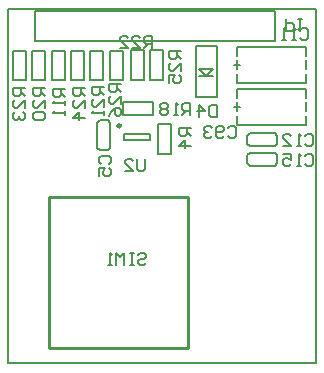
<source format=gbo>
%FSLAX25Y25*%
%MOIN*%
G70*
G01*
G75*
G04 Layer_Color=32896*
%ADD10C,0.01500*%
%ADD11C,0.01000*%
%ADD12C,0.02000*%
%ADD13R,0.03937X0.03150*%
%ADD14R,0.03150X0.03937*%
%ADD15R,0.09843X0.11811*%
%ADD16O,0.07087X0.02362*%
%ADD17O,0.02362X0.07087*%
%ADD18R,0.03347X0.02756*%
%ADD19R,0.02756X0.03347*%
%ADD20R,0.03150X0.07000*%
%ADD21R,0.06000X0.07874*%
%ADD22R,0.01181X0.01181*%
%ADD23R,0.01378X0.00984*%
%ADD24R,0.01378X0.01181*%
%ADD25R,0.02362X0.03937*%
%ADD26C,0.01200*%
%ADD27C,0.00800*%
%ADD28R,0.06800X0.08800*%
%ADD29R,0.12700X0.10700*%
%ADD30C,0.00500*%
%ADD31R,0.05906X0.05906*%
%ADD32C,0.05906*%
%ADD33C,0.02000*%
%ADD34C,0.04000*%
%ADD35R,0.05906X0.03937*%
%ADD36R,0.01575X0.03347*%
%ADD37R,0.07000X0.10000*%
%ADD38R,0.02756X0.08268*%
%ADD39R,0.02559X0.04843*%
%ADD40C,0.02500*%
%ADD41R,0.07200X0.31400*%
%ADD42R,0.10700X0.04700*%
%ADD43R,0.12600X0.10400*%
%ADD44R,0.12100X0.10500*%
%ADD45C,0.00400*%
%ADD46C,0.00300*%
%ADD47R,0.04737X0.03950*%
%ADD48R,0.03950X0.04737*%
%ADD49R,0.10642X0.12611*%
%ADD50O,0.07887X0.03162*%
%ADD51O,0.03162X0.07887*%
%ADD52R,0.04147X0.03556*%
%ADD53R,0.03556X0.04147*%
%ADD54R,0.03950X0.07800*%
%ADD55R,0.06800X0.08674*%
%ADD56R,0.01981X0.01981*%
%ADD57R,0.02178X0.01784*%
%ADD58R,0.02178X0.01981*%
%ADD59R,0.03162X0.04737*%
%ADD60R,0.06706X0.06706*%
%ADD61C,0.06706*%
%ADD62R,0.06706X0.04737*%
%ADD63R,0.02375X0.04147*%
%ADD64R,0.07800X0.10800*%
%ADD65R,0.03556X0.09068*%
%ADD66R,0.03359X0.05643*%
%ADD67C,0.00787*%
D11*
X37483Y-38900D02*
G03*
X37483Y-38900I-583J0D01*
G01*
X59700Y-112900D02*
Y-62800D01*
X13600Y-112900D02*
X59700D01*
X13600D02*
Y-62800D01*
X59700D01*
D27*
X38469Y-41600D02*
X47131D01*
Y-43600D02*
Y-41600D01*
X38469Y-43600D02*
X47131D01*
X38469D02*
Y-41600D01*
X76300Y-20100D02*
Y-17100D01*
X75300Y-18600D02*
X77300D01*
X76300Y-12600D02*
X99300D01*
X76300Y-24600D02*
X99300D01*
X76300D02*
Y-21600D01*
Y-15600D02*
Y-12600D01*
X99300Y-24600D02*
Y-21600D01*
Y-15600D02*
Y-12600D01*
Y-20100D02*
Y-17100D01*
X99100Y-34100D02*
Y-31100D01*
Y-29600D02*
Y-26600D01*
Y-38600D02*
Y-35600D01*
X76100Y-29600D02*
Y-26600D01*
Y-38600D02*
Y-35600D01*
Y-38600D02*
X99100D01*
X76100Y-26600D02*
X99100D01*
X75100Y-32600D02*
X77100D01*
X76100Y-34100D02*
Y-31100D01*
D30*
X7977Y-23768D02*
Y-13926D01*
X12308Y-23768D02*
Y-13926D01*
X7977D02*
X12308D01*
X7977Y-23768D02*
X12308D01*
X5865D02*
Y-13926D01*
X1535Y-23768D02*
Y-13926D01*
Y-23768D02*
X5865D01*
X1535Y-13926D02*
X5865D01*
X18751Y-23768D02*
Y-13926D01*
X14420Y-23768D02*
Y-13926D01*
Y-23768D02*
X18751D01*
X14420Y-13926D02*
X18751D01*
X27306Y-23768D02*
Y-13926D01*
X31637Y-23768D02*
Y-13926D01*
X27306D02*
X31637D01*
X27306Y-23768D02*
X31637D01*
X25194D02*
Y-13926D01*
X20863Y-23768D02*
Y-13926D01*
Y-23768D02*
X25194D01*
X20863Y-13926D02*
X25194D01*
X40835Y-23574D02*
Y-13732D01*
X45165Y-23574D02*
Y-13732D01*
X40835D02*
X45165D01*
X40835Y-23574D02*
X45165D01*
X51465Y-23569D02*
Y-13726D01*
X47135Y-23569D02*
Y-13726D01*
Y-23569D02*
X51465D01*
X47135Y-13726D02*
X51465D01*
X38080Y-23768D02*
Y-13926D01*
X33749Y-23768D02*
Y-13926D01*
Y-23768D02*
X38080D01*
X33749Y-13926D02*
X38080D01*
X80419Y-41435D02*
X88687D01*
X89474Y-44978D02*
Y-42222D01*
X79632Y-44978D02*
Y-42222D01*
X80419Y-45765D02*
X88687D01*
X79632Y-44978D02*
X80419Y-45765D01*
X79632Y-42222D02*
X80419Y-41435D01*
X88687D02*
X89474Y-42222D01*
X88687Y-45765D02*
X89474Y-44978D01*
X80419Y-47935D02*
X88687D01*
X89474Y-51478D02*
Y-48722D01*
X79632Y-51478D02*
Y-48722D01*
X80419Y-52265D02*
X88687D01*
X79632Y-51478D02*
X80419Y-52265D01*
X79632Y-48722D02*
X80419Y-47935D01*
X88687D02*
X89474Y-48722D01*
X88687Y-52265D02*
X89474Y-51478D01*
X63576Y-22300D02*
X68300D01*
X63576Y-19938D02*
X65938Y-22300D01*
X63576Y-19938D02*
X68300D01*
X65938Y-22300D02*
X68300Y-19938D01*
X62357Y-12341D02*
X69443D01*
Y-29400D02*
Y-12341D01*
X62357Y-29400D02*
X69443D01*
X62357D02*
Y-12341D01*
X54265Y-48169D02*
Y-38326D01*
X49935Y-48169D02*
Y-38326D01*
Y-48169D02*
X54265D01*
X49935Y-38326D02*
X54265D01*
X38331Y-35265D02*
X48174D01*
X38331Y-30935D02*
X48174D01*
X38331Y-35265D02*
Y-30935D01*
X48174Y-35265D02*
Y-30935D01*
X33965Y-46187D02*
Y-37919D01*
X30422Y-46974D02*
X33178D01*
X30422Y-37132D02*
X33178D01*
X29635Y-46187D02*
Y-37919D01*
X30422Y-37132D01*
X33178D02*
X33965Y-37919D01*
X33178Y-46974D02*
X33965Y-46187D01*
X29635D02*
X30422Y-46974D01*
X45500Y-50001D02*
Y-53334D01*
X44834Y-54000D01*
X43501D01*
X42834Y-53334D01*
Y-50001D01*
X38835Y-54000D02*
X41501D01*
X38835Y-51334D01*
Y-50668D01*
X39502Y-50001D01*
X40835D01*
X41501Y-50668D01*
X43134Y-81868D02*
X43801Y-81201D01*
X45134D01*
X45800Y-81868D01*
Y-82534D01*
X45134Y-83201D01*
X43801D01*
X43134Y-83867D01*
Y-84534D01*
X43801Y-85200D01*
X45134D01*
X45800Y-84534D01*
X41801Y-81201D02*
X40468D01*
X41135D01*
Y-85200D01*
X41801D01*
X40468D01*
X38469D02*
Y-81201D01*
X37136Y-82534D01*
X35803Y-81201D01*
Y-85200D01*
X34470D02*
X33137D01*
X33804D01*
Y-81201D01*
X34470Y-81868D01*
X37400Y-24900D02*
X33401D01*
Y-26899D01*
X34068Y-27566D01*
X35401D01*
X36067Y-26899D01*
Y-24900D01*
Y-26233D02*
X37400Y-27566D01*
Y-31565D02*
Y-28899D01*
X34734Y-31565D01*
X34068D01*
X33401Y-30898D01*
Y-29565D01*
X34068Y-28899D01*
X33401Y-35563D02*
X34068Y-34230D01*
X35401Y-32897D01*
X36734D01*
X37400Y-33564D01*
Y-34897D01*
X36734Y-35563D01*
X36067D01*
X35401Y-34897D01*
Y-32897D01*
X57600Y-14000D02*
X53601D01*
Y-15999D01*
X54268Y-16666D01*
X55601D01*
X56267Y-15999D01*
Y-14000D01*
Y-15333D02*
X57600Y-16666D01*
Y-20664D02*
Y-17999D01*
X54934Y-20664D01*
X54268D01*
X53601Y-19998D01*
Y-18665D01*
X54268Y-17999D01*
X53601Y-24663D02*
Y-21997D01*
X55601D01*
X54934Y-23330D01*
Y-23997D01*
X55601Y-24663D01*
X56934D01*
X57600Y-23997D01*
Y-22664D01*
X56934Y-21997D01*
X25500Y-26200D02*
X21501D01*
Y-28199D01*
X22168Y-28866D01*
X23501D01*
X24167Y-28199D01*
Y-26200D01*
Y-27533D02*
X25500Y-28866D01*
Y-32864D02*
Y-30199D01*
X22834Y-32864D01*
X22168D01*
X21501Y-32198D01*
Y-30865D01*
X22168Y-30199D01*
X25500Y-36197D02*
X21501D01*
X23501Y-34197D01*
Y-36863D01*
X5600Y-26200D02*
X1601D01*
Y-28199D01*
X2268Y-28866D01*
X3601D01*
X4267Y-28199D01*
Y-26200D01*
Y-27533D02*
X5600Y-28866D01*
Y-32864D02*
Y-30199D01*
X2934Y-32864D01*
X2268D01*
X1601Y-32198D01*
Y-30865D01*
X2268Y-30199D01*
Y-34197D02*
X1601Y-34864D01*
Y-36197D01*
X2268Y-36863D01*
X2934D01*
X3601Y-36197D01*
Y-35530D01*
Y-36197D01*
X4267Y-36863D01*
X4934D01*
X5600Y-36197D01*
Y-34864D01*
X4934Y-34197D01*
X47700Y-12900D02*
Y-8901D01*
X45701D01*
X45034Y-9568D01*
Y-10901D01*
X45701Y-11567D01*
X47700D01*
X46367D02*
X45034Y-12900D01*
X41036D02*
X43701D01*
X41036Y-10234D01*
Y-9568D01*
X41702Y-8901D01*
X43035D01*
X43701Y-9568D01*
X37037Y-12900D02*
X39703D01*
X37037Y-10234D01*
Y-9568D01*
X37703Y-8901D01*
X39036D01*
X39703Y-9568D01*
X31900Y-25900D02*
X27901D01*
Y-27899D01*
X28568Y-28566D01*
X29901D01*
X30567Y-27899D01*
Y-25900D01*
Y-27233D02*
X31900Y-28566D01*
Y-32564D02*
Y-29899D01*
X29234Y-32564D01*
X28568D01*
X27901Y-31898D01*
Y-30565D01*
X28568Y-29899D01*
X31900Y-33897D02*
Y-35230D01*
Y-34564D01*
X27901D01*
X28568Y-33897D01*
X12100Y-26400D02*
X8101D01*
Y-28399D01*
X8768Y-29066D01*
X10101D01*
X10767Y-28399D01*
Y-26400D01*
Y-27733D02*
X12100Y-29066D01*
Y-33064D02*
Y-30399D01*
X9434Y-33064D01*
X8768D01*
X8101Y-32398D01*
Y-31065D01*
X8768Y-30399D01*
Y-34397D02*
X8101Y-35064D01*
Y-36397D01*
X8768Y-37063D01*
X11434D01*
X12100Y-36397D01*
Y-35064D01*
X11434Y-34397D01*
X8768D01*
X60400Y-35400D02*
Y-31401D01*
X58401D01*
X57734Y-32068D01*
Y-33401D01*
X58401Y-34067D01*
X60400D01*
X59067D02*
X57734Y-35400D01*
X56401D02*
X55068D01*
X55735D01*
Y-31401D01*
X56401Y-32068D01*
X53069D02*
X52403Y-31401D01*
X51070D01*
X50403Y-32068D01*
Y-32734D01*
X51070Y-33401D01*
X50403Y-34067D01*
Y-34734D01*
X51070Y-35400D01*
X52403D01*
X53069Y-34734D01*
Y-34067D01*
X52403Y-33401D01*
X53069Y-32734D01*
Y-32068D01*
X52403Y-33401D02*
X51070D01*
X18900Y-26600D02*
X14901D01*
Y-28599D01*
X15568Y-29266D01*
X16901D01*
X17567Y-28599D01*
Y-26600D01*
Y-27933D02*
X18900Y-29266D01*
Y-30599D02*
Y-31932D01*
Y-31265D01*
X14901D01*
X15568Y-30599D01*
X18900Y-33931D02*
Y-35264D01*
Y-34597D01*
X14901D01*
X15568Y-33931D01*
X60800Y-39600D02*
X56801D01*
Y-41599D01*
X57468Y-42266D01*
X58801D01*
X59467Y-41599D01*
Y-39600D01*
Y-40933D02*
X60800Y-42266D01*
Y-45598D02*
X56801D01*
X58801Y-43599D01*
Y-46264D01*
X92600Y-3400D02*
Y-7399D01*
X94599D01*
X95266Y-6732D01*
Y-5399D01*
X94599Y-4733D01*
X92600D01*
X96599Y-3400D02*
X97932D01*
X97265D01*
Y-7399D01*
X96599Y-6732D01*
X69400Y-31901D02*
Y-35900D01*
X67401D01*
X66734Y-35234D01*
Y-32568D01*
X67401Y-31901D01*
X69400D01*
X63402Y-35900D02*
Y-31901D01*
X65401Y-33901D01*
X62735D01*
X73234Y-39768D02*
X73901Y-39101D01*
X75234D01*
X75900Y-39768D01*
Y-42434D01*
X75234Y-43100D01*
X73901D01*
X73234Y-42434D01*
X71901D02*
X71235Y-43100D01*
X69902D01*
X69235Y-42434D01*
Y-39768D01*
X69902Y-39101D01*
X71235D01*
X71901Y-39768D01*
Y-40434D01*
X71235Y-41101D01*
X69235D01*
X67903Y-39768D02*
X67236Y-39101D01*
X65903D01*
X65237Y-39768D01*
Y-40434D01*
X65903Y-41101D01*
X66570D01*
X65903D01*
X65237Y-41767D01*
Y-42434D01*
X65903Y-43100D01*
X67236D01*
X67903Y-42434D01*
X98734Y-49068D02*
X99401Y-48401D01*
X100734D01*
X101400Y-49068D01*
Y-51734D01*
X100734Y-52400D01*
X99401D01*
X98734Y-51734D01*
X97401Y-52400D02*
X96068D01*
X96735D01*
Y-48401D01*
X97401Y-49068D01*
X91403Y-48401D02*
X94069D01*
Y-50401D01*
X92736Y-49734D01*
X92070D01*
X91403Y-50401D01*
Y-51734D01*
X92070Y-52400D01*
X93403D01*
X94069Y-51734D01*
X98734Y-42168D02*
X99401Y-41501D01*
X100734D01*
X101400Y-42168D01*
Y-44834D01*
X100734Y-45500D01*
X99401D01*
X98734Y-44834D01*
X97401Y-45500D02*
X96068D01*
X96735D01*
Y-41501D01*
X97401Y-42168D01*
X91403Y-45500D02*
X94069D01*
X91403Y-42834D01*
Y-42168D01*
X92070Y-41501D01*
X93403D01*
X94069Y-42168D01*
X97134Y-6968D02*
X97801Y-6301D01*
X99134D01*
X99800Y-6968D01*
Y-9634D01*
X99134Y-10300D01*
X97801D01*
X97134Y-9634D01*
X95801Y-10300D02*
X94468D01*
X95135D01*
Y-6301D01*
X95801Y-6968D01*
X92469Y-10300D02*
X91136D01*
X91803D01*
Y-6301D01*
X92469Y-6968D01*
X30868Y-51766D02*
X30201Y-51099D01*
Y-49766D01*
X30868Y-49100D01*
X33534D01*
X34200Y-49766D01*
Y-51099D01*
X33534Y-51766D01*
X30201Y-55765D02*
Y-53099D01*
X32201D01*
X31534Y-54432D01*
Y-55098D01*
X32201Y-55765D01*
X33534D01*
X34200Y-55098D01*
Y-53765D01*
X33534Y-53099D01*
X102362Y-118110D02*
Y0D01*
X0Y-118110D02*
X102362D01*
X0D02*
Y0D01*
X102362D01*
D67*
X88900Y-10600D02*
Y-600D01*
X8900D02*
X88900D01*
X8900Y-10600D02*
Y-600D01*
Y-10600D02*
X88900D01*
M02*

</source>
